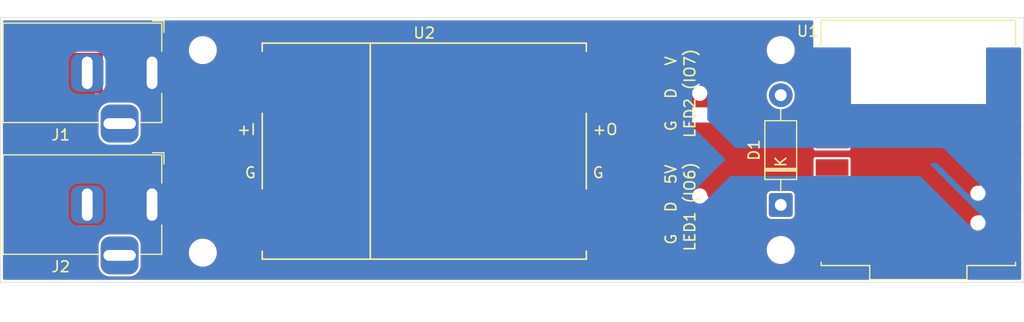
<source format=kicad_pcb>
(kicad_pcb (version 20241229) (generator "pcbnew") (generator_version "9.0")
  (layers (0 "F.Cu" signal) (2 "B.Cu" signal) (5 "F.SilkS" user "F.Silkscreen") (7 "B.SilkS" user "B.Silkscreen") (1 "F.Mask" user) (3 "B.Mask" user) (25 "Edge.Cuts" user))
  (net 0 "")
  (net 1 "Net-(D1-K)")
  (net 2 "+5V")
  (net 3 "GND")
  (net 4 "VCC")
  (net 5 "Net-(J3-DATA_OUT)")
  (net 6 "Net-(J4-DATA_OUT)")
  (footprint "Diode_THT:D_DO-41_SOD81_P10.16mm_Horizontal" (layer "F.Cu") (at 142 81.83 90)
    (property "Reference" "D1" (at 5.08 -2.47 90) (layer "F.SilkS"))
    (property "Value" "1N5817")
    (fp_line (start 3.38 -1.47) (end 3.38 1.47) (stroke (width 0.12)) (layer "F.SilkS"))
    (fp_line (start 3.26 -1.47) (end 3.26 1.47) (stroke (width 0.12)) (layer "F.SilkS"))
    (fp_line (start 3.14 -1.47) (end 3.14 1.47) (stroke (width 0.12)) (layer "F.SilkS"))
    (fp_line (start 8.82 0) (end 7.8 0) (stroke (width 0.12)) (layer "F.SilkS"))
    (fp_line (start 1.34 0) (end 2.36 0) (stroke (width 0.12)) (layer "F.SilkS"))
    (fp_rect (start 2.36 -1.47) (end 7.8 1.47) (stroke (width 0.12)) (fill no) (layer "F.SilkS"))
    (fp_text user "K" (at 4 0.015 90) (layer "F.SilkS"))
    (pad "1" thru_hole roundrect (at 0 0 90) (size 2.2 2.2) (drill 1.1) (layers "*.Cu" "*.Mask") (roundrect_rratio 0.113636) (net 1 "Net-(D1-K)"))
    (pad "2" thru_hole circle (at 10.16 0 90) (size 2.2 2.2) (drill 1.1) (layers "*.Cu" "*.Mask") (net 2 "+5V"))
  )
  (footprint "MountingHole:MountingHole_2.2mm_M2" (layer "F.Cu") (at 88.5 86.25)
    (property "Reference" "REF**" (hide yes))
    (property "Value" "MountingHole_2.2mm_M2")
    (pad "" np_thru_hole circle (at 0 0) (size 2.2 2.2) (drill 2.2) (layers "*.Cu" "*.Mask"))
  )
  (footprint "MountingHole:MountingHole_2.2mm_M2" (layer "F.Cu") (at 88.5 67.5)
    (property "Reference" "REF**" (hide yes))
    (property "Value" "MountingHole_2.2mm_M2")
    (pad "" np_thru_hole circle (at 0 0) (size 2.2 2.2) (drill 2.2) (layers "*.Cu" "*.Mask"))
  )
  (footprint "MountingHole:MountingHole_2.2mm_M2" (layer "F.Cu") (at 142 67.5)
    (property "Reference" "REF**" (hide yes))
    (property "Value" "MountingHole_2.2mm_M2")
    (pad "" np_thru_hole circle (at 0 0) (size 2.2 2.2) (drill 2.2) (layers "*.Cu" "*.Mask"))
  )
  (footprint "LEDnet:MODULE_ESP32-C3_SUPERMINI" (layer "F.Cu") (at 154.735 76.09 180)
    (property "Reference" "U1" (at 10.235 10.34 0) (layer "F.SilkS"))
    (property "Value" "ESP32-C3_SUPERMINI_SMD")
    (fp_line (start 9 11.35) (end 9 9) (stroke (width 0.127)) (layer "F.SilkS"))
    (fp_line (start 9 11.35) (end -9 11.35) (stroke (width 0.127)) (layer "F.SilkS"))
    (fp_line (start 9 -11.05) (end 9 -11.35) (stroke (width 0.127)) (layer "F.SilkS"))
    (fp_line (start 9 -11.35) (end 4.5 -11.35) (stroke (width 0.127)) (layer "F.SilkS"))
    (fp_line (start 4.5 -12.65) (end 4.5 -11.35) (stroke (width 0.127)) (layer "F.SilkS"))
    (fp_line (start 4.5 -12.65) (end -4.5 -12.65) (stroke (width 0.127)) (layer "F.SilkS"))
    (fp_line (start -4.5 -11.35) (end -9 -11.35) (stroke (width 0.127)) (layer "F.SilkS"))
    (fp_line (start -4.5 -12.65) (end -4.5 -11.35) (stroke (width 0.127)) (layer "F.SilkS"))
    (fp_line (start -9 11.35) (end -9 9) (stroke (width 0.127)) (layer "F.SilkS"))
    (fp_line (start -9 -11.05) (end -9 -11.35) (stroke (width 0.127)) (layer "F.SilkS"))
    (pad "0" smd rect (at 7.985 7.88 180) (size 3.025 1.524) (layers "F.Cu" "F.Mask" "F.Paste"))
    (pad "1" smd rect (at 7.985 5.34 180) (size 3.025 1.524) (layers "F.Cu" "F.Mask" "F.Paste"))
    (pad "2" smd rect (at 7.985 2.8 180) (size 3.025 1.524) (layers "F.Cu" "F.Mask" "F.Paste"))
    (pad "3" smd rect (at 7.985 0.26 180) (size 3.025 1.524) (layers "F.Cu" "F.Mask" "F.Paste"))
    (pad "3.3" smd rect (at 7.985 -4.82 180) (size 3.025 1.524) (layers "F.Cu" "F.Mask" "F.Paste"))
    (pad "4" smd rect (at 7.985 -2.28 180) (size 3.025 1.524) (layers "F.Cu" "F.Mask" "F.Paste"))
    (pad "5" smd rect (at -7.985 -9.9 180) (size 3.025 1.524) (layers "F.Cu" "F.Mask" "F.Paste"))
    (pad "5V" smd rect (at 7.985 -9.9 180) (size 3.025 1.524) (layers "F.Cu" "F.Mask" "F.Paste") (net 1 "Net-(D1-K)"))
    (pad "6" smd rect (at -7.985 -7.36 180) (size 3.025 1.524) (layers "F.Cu" "F.Mask" "F.Paste") (net 5 "Net-(J3-DATA_OUT)"))
    (pad "7" smd rect (at -7.985 -4.82 180) (size 3.025 1.524) (layers "F.Cu" "F.Mask" "F.Paste") (net 6 "Net-(J4-DATA_OUT)"))
    (pad "8" smd rect (at -7.985 -2.28 180) (size 3.025 1.524) (layers "F.Cu" "F.Mask" "F.Paste"))
    (pad "9" smd rect (at -7.985 0.26 180) (size 3.025 1.524) (layers "F.Cu" "F.Mask" "F.Paste"))
    (pad "10" smd rect (at -7.985 2.8 180) (size 3.025 1.524) (layers "F.Cu" "F.Mask" "F.Paste"))
    (pad "20" smd rect (at -7.985 5.34 180) (size 3.025 1.524) (layers "F.Cu" "F.Mask" "F.Paste"))
    (pad "21" smd rect (at -7.985 7.88 180) (size 3.025 1.524) (layers "F.Cu" "F.Mask" "F.Paste"))
    (pad "G" smd rect (at 7.985 -7.36 180) (size 3.025 1.524) (layers "F.Cu" "F.Mask" "F.Paste") (net 3 "GND"))
  )
  (footprint "LEDnet:LED_Wire_Connector" (layer "F.Cu") (at 129.25 82 90)
    (property "Reference" "J3" (hide yes))
    (property "Value" "LED1 (IO6)" (at 0 3.75 90) (layer "F.SilkS") (effects (justify top)))
    (fp_text user "G" (at -3 2 90) (layer "F.SilkS") (effects (justify top)))
    (fp_text user "D" (at 0 2 90) (layer "F.SilkS") (effects (justify top)))
    (fp_text user "5V" (at 3 2 90) (layer "F.SilkS") (effects (justify top)))
    (pad "1" smd rect (at -3 0 90) (size 2 3) (layers "F.Cu" "F.Mask" "F.Paste") (net 3 "GND"))
    (pad "2" smd rect (at 0 0 90) (size 2 3) (layers "F.Cu" "F.Mask" "F.Paste") (net 5 "Net-(J3-DATA_OUT)"))
    (pad "3" smd rect (at 3 0 90) (size 2 3) (layers "F.Cu" "F.Mask" "F.Paste") (net 2 "+5V"))
  )
  (footprint "MountingHole:MountingHole_2.2mm_M2" (layer "F.Cu") (at 142 86)
    (property "Reference" "REF**" (hide yes))
    (property "Value" "MountingHole_2.2mm_M2")
    (pad "" np_thru_hole circle (at 0 0) (size 2.2 2.2) (drill 2.2) (layers "*.Cu" "*.Mask"))
  )
  (footprint "LEDnet:Converter_DCDC_8A_Generic" (layer "F.Cu") (at 109 76.85)
    (property "Reference" "U2" (at 0 -10.35 0) (layer "F.SilkS") (effects (justify bottom)))
    (property "Value" "5V_DCDC")
    (fp_line (start -15 -10) (end 15 -10) (stroke (width 0.15)) (layer "F.SilkS"))
    (fp_line (start -15 -9.25) (end -15 -10) (stroke (width 0.15)) (layer "F.SilkS"))
    (fp_line (start -15 3.5) (end -15 -3.5) (stroke (width 0.15)) (layer "F.SilkS"))
    (fp_line (start -15 10) (end -15 9.25) (stroke (width 0.15)) (layer "F.SilkS"))
    (fp_line (start -5 -10) (end -5 10) (stroke (width 0.15)) (layer "F.SilkS"))
    (fp_line (start 15 -10) (end 15 -9.25) (stroke (width 0.15)) (layer "F.SilkS"))
    (fp_line (start 15 -3.5) (end 15 3.5) (stroke (width 0.15)) (layer "F.SilkS"))
    (fp_line (start 15 9.25) (end 15 10) (stroke (width 0.15)) (layer "F.SilkS"))
    (fp_line (start 15 10) (end -15 10) (stroke (width 0.15)) (layer "F.SilkS"))
    (fp_text user "G" (at 15.5 2 0) (layer "F.SilkS") (effects (justify left)))
    (fp_text user "G" (at -15.5 2 0) (layer "F.SilkS") (effects (justify right)))
    (fp_text user "+I" (at -15.5 -2 0) (layer "F.SilkS") (effects (justify right)))
    (fp_text user "+O" (at 15.5 -2 0) (layer "F.SilkS") (effects (justify left)))
    (pad "1" smd rect (at -13.75 6.35) (size 7.5 5) (layers "F.Cu" "F.Mask" "F.Paste") (net 3 "GND"))
    (pad "1" smd rect (at 13.75 6.35) (size 7.5 5) (layers "F.Cu" "F.Mask" "F.Paste") (net 3 "GND"))
    (pad "2" smd rect (at -13.75 -6.35) (size 7.5 5) (layers "F.Cu" "F.Mask" "F.Paste") (net 4 "VCC"))
    (pad "3" smd rect (at 13.75 -6.35) (size 7.5 5) (layers "F.Cu" "F.Mask" "F.Paste") (net 2 "+5V"))
  )
  (footprint "Connector_BarrelJack:BarrelJack_Horizontal" (layer "F.Cu") (at 83.8 81.8)
    (property "Reference" "J2" (at -8.45 5.75 0) (layer "F.SilkS"))
    (property "Value" "24V_IN2")
    (fp_line (start -13.8 -4.6) (end 0.9 -4.6) (stroke (width 0.12)) (layer "F.SilkS"))
    (fp_line (start -13.8 4.6) (end -13.8 -4.6) (stroke (width 0.12)) (layer "F.SilkS"))
    (fp_line (start -5 4.6) (end -13.8 4.6) (stroke (width 0.12)) (layer "F.SilkS"))
    (fp_line (start 0.05 -4.8) (end 1.1 -4.8) (stroke (width 0.12)) (layer "F.SilkS"))
    (fp_line (start 0.9 -4.6) (end 0.9 -2) (stroke (width 0.12)) (layer "F.SilkS"))
    (fp_line (start 0.9 1.9) (end 0.9 4.6) (stroke (width 0.12)) (layer "F.SilkS"))
    (fp_line (start 0.9 4.6) (end -1 4.6) (stroke (width 0.12)) (layer "F.SilkS"))
    (fp_line (start 1.1 -3.75) (end 1.1 -4.8) (stroke (width 0.12)) (layer "F.SilkS"))
    (pad "1" thru_hole rect (at 0 0) (size 3.5 3.5) (drill oval 1 3) (layers "*.Cu" "*.Mask") (net 3 "GND"))
    (pad "2" thru_hole roundrect (at -6 0) (size 3 3.5) (drill oval 1 3) (layers "*.Cu" "*.Mask") (net 4 "VCC"))
    (pad "3" thru_hole roundrect (at -3 4.7) (size 3.5 3.5) (drill oval 3 1) (layers "*.Cu" "*.Mask"))
  )
  (footprint "LEDnet:LED_Wire_Connector" (layer "F.Cu") (at 129.25 71.5 90)
    (property "Reference" "J4" (hide yes))
    (property "Value" "LED2 (IO7)" (at 0 3.75 90) (layer "F.SilkS") (effects (justify top)))
    (fp_text user "D" (at 0 2 90) (layer "F.SilkS") (effects (justify top)))
    (fp_text user "V" (at 3 2 90) (layer "F.SilkS") (effects (justify top)))
    (fp_text user "G" (at -3 2 90) (layer "F.SilkS") (effects (justify top)))
    (pad "1" smd rect (at -3 0 90) (size 2 3) (layers "F.Cu" "F.Mask" "F.Paste") (net 3 "GND"))
    (pad "2" smd rect (at 0 0 90) (size 2 3) (layers "F.Cu" "F.Mask" "F.Paste") (net 6 "Net-(J4-DATA_OUT)"))
    (pad "3" smd rect (at 3 0 90) (size 2 3) (layers "F.Cu" "F.Mask" "F.Paste") (net 2 "+5V"))
  )
  (footprint "Connector_BarrelJack:BarrelJack_Horizontal" (layer "F.Cu") (at 83.8 69.6)
    (property "Reference" "J1" (at -8.45 5.75 0) (layer "F.SilkS"))
    (property "Value" "24V_IN1")
    (fp_line (start -13.8 -4.6) (end 0.9 -4.6) (stroke (width 0.12)) (layer "F.SilkS"))
    (fp_line (start -13.8 4.6) (end -13.8 -4.6) (stroke (width 0.12)) (layer "F.SilkS"))
    (fp_line (start -5 4.6) (end -13.8 4.6) (stroke (width 0.12)) (layer "F.SilkS"))
    (fp_line (start 0.05 -4.8) (end 1.1 -4.8) (stroke (width 0.12)) (layer "F.SilkS"))
    (fp_line (start 0.9 -4.6) (end 0.9 -2) (stroke (width 0.12)) (layer "F.SilkS"))
    (fp_line (start 0.9 1.9) (end 0.9 4.6) (stroke (width 0.12)) (layer "F.SilkS"))
    (fp_line (start 0.9 4.6) (end -1 4.6) (stroke (width 0.12)) (layer "F.SilkS"))
    (fp_line (start 1.1 -3.75) (end 1.1 -4.8) (stroke (width 0.12)) (layer "F.SilkS"))
    (pad "1" thru_hole rect (at 0 0) (size 3.5 3.5) (drill oval 1 3) (layers "*.Cu" "*.Mask") (net 3 "GND"))
    (pad "2" thru_hole roundrect (at -6 0) (size 3 3.5) (drill oval 1 3) (layers "*.Cu" "*.Mask") (net 4 "VCC"))
    (pad "3" thru_hole roundrect (at -3 4.7) (size 3.5 3.5) (drill oval 3 1) (layers "*.Cu" "*.Mask"))
  )
  (gr_line (start 69.75 64.5) (end 164.5 64.5) (stroke (width 0.05)) (layer "Edge.Cuts"))
  (gr_line (start 69.75 89) (end 69.75 64.5) (stroke (width 0.05)) (layer "Edge.Cuts"))
  (gr_line (start 164.5 89) (end 69.75 89) (stroke (width 0.05)) (layer "Edge.Cuts"))
  (gr_line (start 164.5 64.5) (end 164.5 89) (stroke (width 0.05)) (layer "Edge.Cuts"))
  (segment (start 96.5 70.5) (end 95 70.5) (width 3) (layer "F.Cu") (net 4))
  (segment (start 162.67 83.5) (end 162.72 83.45) (width 1) (layer "F.Cu") (net 5))
  (segment (start 162.56 80.75) (end 162.72 80.91) (width 1) (layer "F.Cu") (net 6))
  (zone (net 4) (net_name "VCC") (layer "F.Cu") (priority 2) (connect_pads yes (clearance 0)) (min_thickness 0.25) (fill yes (thermal_gap 0.5) (thermal_bridge_width 0.5))
    (polygon (pts (xy 99 68) (xy 99 79.5) (xy 87 79.5) (xy 87 76.5) (xy 91.5 70.75) (xy 91.5 68)))
  )
  (zone (net 4) (net_name "VCC") (layer "F.Cu") (priority 1) (connect_pads yes (clearance 0)) (min_thickness 0.25) (fill yes (thermal_gap 0.5) (thermal_bridge_width 0.5))
    (polygon (pts (xy 79.25 67.75) (xy 79.25 71.5) (xy 78.5 71.5) (xy 78.5 79.75) (xy 79.5 79.75) (xy 79.5 83.75) (xy 71.5 83.75) (xy 71.5 67.75)))
  )
  (zone (net 2) (net_name "+5V") (layer "F.Cu") (priority 3) (connect_pads yes (clearance 0)) (min_thickness 0.25) (fill yes (thermal_gap 0.5) (thermal_bridge_width 0.5))
    (polygon (pts (xy 120.25 68) (xy 132.5 68) (xy 132.5 85) (xy 130.5 85) (xy 130.5 79.5) (xy 120.25 79.5)))
  )
  (zone (net 3) (net_name "GND") (layers "F.Cu" "B.Cu") (connect_pads yes (clearance 0)) (min_thickness 0.25) (fill yes (thermal_gap 0.5) (thermal_bridge_width 0.5))
    (polygon (pts (xy 69.75 64.5) (xy 164.5 64.5) (xy 164.5 89) (xy 69.75 89)))
  )
  (zone (net 0) (net_name "") (layers "F.Cu" "B.Cu") (connect_pads yes (clearance 0)) (min_thickness 0.25)
    (keepout (tracks allowed) (vias allowed) (pads allowed) (copperpour not_allowed) (footprints allowed))
    (fill (thermal_gap 0.5) (thermal_bridge_width 0.5))
    (polygon (pts (xy 145 67.25) (xy 145 64.5) (xy 164.5 64.5) (xy 164.5 67.25) (xy 161 67.25) (xy 161 72.5) (xy 148.5 72.5) (xy 148.5 67.25)))
  )
)
</source>
